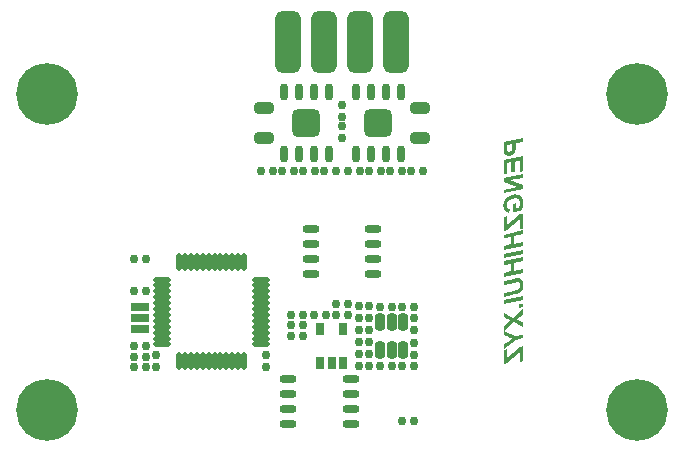
<source format=gbs>
G04*
G04 #@! TF.GenerationSoftware,Altium Limited,Altium Designer,22.0.2 (36)*
G04*
G04 Layer_Color=16711935*
%FSLAX25Y25*%
%MOIN*%
G70*
G04*
G04 #@! TF.SameCoordinates,A7353FC2-99F2-474C-B2A2-24993EA34B63*
G04*
G04*
G04 #@! TF.FilePolarity,Negative*
G04*
G01*
G75*
G04:AMPARAMS|DCode=38|XSize=26mil|YSize=26mil|CornerRadius=8mil|HoleSize=0mil|Usage=FLASHONLY|Rotation=0.000|XOffset=0mil|YOffset=0mil|HoleType=Round|Shape=RoundedRectangle|*
%AMROUNDEDRECTD38*
21,1,0.02600,0.01000,0,0,0.0*
21,1,0.01000,0.02600,0,0,0.0*
1,1,0.01600,0.00500,-0.00500*
1,1,0.01600,-0.00500,-0.00500*
1,1,0.01600,-0.00500,0.00500*
1,1,0.01600,0.00500,0.00500*
%
%ADD38ROUNDEDRECTD38*%
%ADD49C,0.20600*%
G04:AMPARAMS|DCode=61|XSize=37.64mil|YSize=63.38mil|CornerRadius=9.41mil|HoleSize=0mil|Usage=FLASHONLY|Rotation=270.000|XOffset=0mil|YOffset=0mil|HoleType=Round|Shape=RoundedRectangle|*
%AMROUNDEDRECTD61*
21,1,0.03764,0.04456,0,0,270.0*
21,1,0.01882,0.06338,0,0,270.0*
1,1,0.01882,-0.02228,-0.00941*
1,1,0.01882,-0.02228,0.00941*
1,1,0.01882,0.02228,0.00941*
1,1,0.01882,0.02228,-0.00941*
%
%ADD61ROUNDEDRECTD61*%
%ADD73O,0.02568X0.05718*%
G04:AMPARAMS|DCode=74|XSize=26mil|YSize=26mil|CornerRadius=8mil|HoleSize=0mil|Usage=FLASHONLY|Rotation=270.000|XOffset=0mil|YOffset=0mil|HoleType=Round|Shape=RoundedRectangle|*
%AMROUNDEDRECTD74*
21,1,0.02600,0.01000,0,0,270.0*
21,1,0.01000,0.02600,0,0,270.0*
1,1,0.01600,-0.00500,-0.00500*
1,1,0.01600,-0.00500,0.00500*
1,1,0.01600,0.00500,0.00500*
1,1,0.01600,0.00500,-0.00500*
%
%ADD74ROUNDEDRECTD74*%
G04:AMPARAMS|DCode=75|XSize=96.55mil|YSize=96.55mil|CornerRadius=25.64mil|HoleSize=0mil|Usage=FLASHONLY|Rotation=0.000|XOffset=0mil|YOffset=0mil|HoleType=Round|Shape=RoundedRectangle|*
%AMROUNDEDRECTD75*
21,1,0.09655,0.04528,0,0,0.0*
21,1,0.04528,0.09655,0,0,0.0*
1,1,0.05128,0.02264,-0.02264*
1,1,0.05128,-0.02264,-0.02264*
1,1,0.05128,-0.02264,0.02264*
1,1,0.05128,0.02264,0.02264*
%
%ADD75ROUNDEDRECTD75*%
G04:AMPARAMS|DCode=76|XSize=206mil|YSize=86mil|CornerRadius=23mil|HoleSize=0mil|Usage=FLASHONLY|Rotation=270.000|XOffset=0mil|YOffset=0mil|HoleType=Round|Shape=RoundedRectangle|*
%AMROUNDEDRECTD76*
21,1,0.20600,0.04000,0,0,270.0*
21,1,0.16000,0.08600,0,0,270.0*
1,1,0.04600,-0.02000,-0.08000*
1,1,0.04600,-0.02000,0.08000*
1,1,0.04600,0.02000,0.08000*
1,1,0.04600,0.02000,-0.08000*
%
%ADD76ROUNDEDRECTD76*%
G04:AMPARAMS|DCode=77|XSize=27.65mil|YSize=63.09mil|CornerRadius=8.41mil|HoleSize=0mil|Usage=FLASHONLY|Rotation=270.000|XOffset=0mil|YOffset=0mil|HoleType=Round|Shape=RoundedRectangle|*
%AMROUNDEDRECTD77*
21,1,0.02765,0.04626,0,0,270.0*
21,1,0.01083,0.06309,0,0,270.0*
1,1,0.01683,-0.02313,-0.00541*
1,1,0.01683,-0.02313,0.00541*
1,1,0.01683,0.02313,0.00541*
1,1,0.01683,0.02313,-0.00541*
%
%ADD77ROUNDEDRECTD77*%
G04:AMPARAMS|DCode=78|XSize=27.65mil|YSize=63.09mil|CornerRadius=8.41mil|HoleSize=0mil|Usage=FLASHONLY|Rotation=270.000|XOffset=0mil|YOffset=0mil|HoleType=Round|Shape=RoundedRectangle|*
%AMROUNDEDRECTD78*
21,1,0.02765,0.04626,0,0,270.0*
21,1,0.01083,0.06309,0,0,270.0*
1,1,0.01683,-0.02313,-0.00541*
1,1,0.01683,-0.02313,0.00541*
1,1,0.01683,0.02313,0.00541*
1,1,0.01683,0.02313,-0.00541*
%
%ADD78ROUNDEDRECTD78*%
G04:AMPARAMS|DCode=79|XSize=29.62mil|YSize=41mil|CornerRadius=8.91mil|HoleSize=0mil|Usage=FLASHONLY|Rotation=0.000|XOffset=0mil|YOffset=0mil|HoleType=Round|Shape=RoundedRectangle|*
%AMROUNDEDRECTD79*
21,1,0.02962,0.02319,0,0,0.0*
21,1,0.01181,0.04100,0,0,0.0*
1,1,0.01781,0.00591,-0.01159*
1,1,0.01781,-0.00591,-0.01159*
1,1,0.01781,-0.00591,0.01159*
1,1,0.01781,0.00591,0.01159*
%
%ADD79ROUNDEDRECTD79*%
G04:AMPARAMS|DCode=80|XSize=33.56mil|YSize=57.18mil|CornerRadius=9.89mil|HoleSize=0mil|Usage=FLASHONLY|Rotation=0.000|XOffset=0mil|YOffset=0mil|HoleType=Round|Shape=RoundedRectangle|*
%AMROUNDEDRECTD80*
21,1,0.03356,0.03740,0,0,0.0*
21,1,0.01378,0.05718,0,0,0.0*
1,1,0.01978,0.00689,-0.01870*
1,1,0.01978,-0.00689,-0.01870*
1,1,0.01978,-0.00689,0.01870*
1,1,0.01978,0.00689,0.01870*
%
%ADD80ROUNDEDRECTD80*%
%ADD81O,0.05718X0.02568*%
%ADD82O,0.01800X0.06000*%
%ADD83O,0.06000X0.01800*%
G36*
X60300Y36696D02*
X57858Y36178D01*
Y34911D01*
X57849Y34790D01*
Y34596D01*
X57840Y34513D01*
Y34374D01*
X57830Y34319D01*
Y34235D01*
X57821Y34189D01*
Y34170D01*
X57793Y33976D01*
X57756Y33810D01*
X57719Y33662D01*
X57682Y33542D01*
X57655Y33449D01*
X57627Y33375D01*
X57617Y33338D01*
X57608Y33320D01*
X57543Y33199D01*
X57479Y33097D01*
X57414Y32996D01*
X57340Y32912D01*
X57284Y32838D01*
X57238Y32783D01*
X57201Y32746D01*
X57192Y32737D01*
X57081Y32635D01*
X56961Y32542D01*
X56840Y32469D01*
X56720Y32404D01*
X56618Y32348D01*
X56535Y32311D01*
X56480Y32283D01*
X56471Y32274D01*
X56461D01*
X56286Y32210D01*
X56119Y32163D01*
X55953Y32126D01*
X55814Y32108D01*
X55684Y32089D01*
X55592Y32080D01*
X55555D01*
X55527D01*
X55518D01*
X55509D01*
X55323Y32089D01*
X55148Y32117D01*
X55000Y32154D01*
X54861Y32200D01*
X54759Y32247D01*
X54676Y32283D01*
X54630Y32311D01*
X54611Y32320D01*
X54482Y32413D01*
X54361Y32524D01*
X54269Y32635D01*
X54195Y32737D01*
X54140Y32829D01*
X54093Y32903D01*
X54075Y32950D01*
X54066Y32959D01*
Y32968D01*
X54010Y33125D01*
X53973Y33310D01*
X53936Y33486D01*
X53917Y33662D01*
X53908Y33819D01*
Y33884D01*
X53899Y33948D01*
Y36659D01*
X60300Y38000D01*
Y36696D01*
D02*
G37*
G36*
Y27029D02*
X59227Y26798D01*
Y30526D01*
X57488Y30147D01*
Y26807D01*
X56415Y26586D01*
Y29906D01*
X54972Y29592D01*
Y26160D01*
X53899Y25938D01*
Y30683D01*
X60300Y32024D01*
Y27029D01*
D02*
G37*
G36*
Y24819D02*
X55999Y23912D01*
X60300Y22173D01*
Y20962D01*
X53899Y19620D01*
Y20832D01*
X58182Y21738D01*
X53899Y23478D01*
Y24689D01*
X60300Y26030D01*
Y24819D01*
D02*
G37*
G36*
X58006Y19176D02*
X58246Y19149D01*
X58469Y19102D01*
X58681Y19047D01*
X58866Y18982D01*
X59042Y18917D01*
X59199Y18834D01*
X59347Y18751D01*
X59468Y18677D01*
X59579Y18594D01*
X59671Y18529D01*
X59745Y18455D01*
X59810Y18408D01*
X59847Y18362D01*
X59874Y18335D01*
X59884Y18325D01*
X59976Y18196D01*
X60059Y18066D01*
X60133Y17918D01*
X60189Y17770D01*
X60245Y17622D01*
X60291Y17465D01*
X60356Y17178D01*
X60374Y17040D01*
X60392Y16910D01*
X60402Y16799D01*
X60411Y16697D01*
X60420Y16614D01*
Y16503D01*
X60411Y16216D01*
X60383Y15948D01*
X60346Y15689D01*
X60309Y15467D01*
X60291Y15365D01*
X60272Y15273D01*
X60254Y15199D01*
X60235Y15134D01*
X60217Y15078D01*
X60207Y15042D01*
X60198Y15014D01*
Y15004D01*
X60106Y14736D01*
X60013Y14496D01*
X59921Y14283D01*
X59838Y14098D01*
X59791Y14024D01*
X59754Y13959D01*
X59727Y13894D01*
X59699Y13848D01*
X59671Y13811D01*
X59662Y13774D01*
X59643Y13765D01*
Y13756D01*
X56877Y13182D01*
Y16040D01*
X57951Y16262D01*
Y14625D01*
X58912Y14829D01*
X58968Y14958D01*
X59023Y15088D01*
X59079Y15217D01*
X59116Y15337D01*
X59153Y15439D01*
X59181Y15522D01*
X59190Y15578D01*
X59199Y15587D01*
Y15597D01*
X59236Y15763D01*
X59264Y15920D01*
X59292Y16068D01*
X59301Y16198D01*
X59310Y16309D01*
X59320Y16392D01*
Y16466D01*
X59301Y16716D01*
X59264Y16938D01*
X59199Y17123D01*
X59125Y17271D01*
X59061Y17391D01*
X58996Y17483D01*
X58959Y17530D01*
X58940Y17548D01*
X58866Y17613D01*
X58774Y17669D01*
X58589Y17761D01*
X58385Y17817D01*
X58191Y17863D01*
X58015Y17890D01*
X57941Y17900D01*
X57867D01*
X57812Y17909D01*
X57775D01*
X57747D01*
X57738D01*
X57433Y17900D01*
X57155Y17863D01*
X56896Y17817D01*
X56776Y17789D01*
X56674Y17761D01*
X56572Y17733D01*
X56480Y17706D01*
X56406Y17678D01*
X56341Y17659D01*
X56286Y17641D01*
X56248Y17622D01*
X56230Y17613D01*
X56221D01*
X55971Y17493D01*
X55758Y17354D01*
X55582Y17215D01*
X55435Y17086D01*
X55323Y16965D01*
X55250Y16864D01*
X55222Y16827D01*
X55203Y16799D01*
X55185Y16790D01*
Y16781D01*
X55074Y16577D01*
X54991Y16374D01*
X54926Y16179D01*
X54889Y15994D01*
X54861Y15846D01*
X54852Y15781D01*
Y15717D01*
X54843Y15680D01*
Y15615D01*
X54852Y15421D01*
X54889Y15245D01*
X54926Y15088D01*
X54981Y14958D01*
X55028Y14847D01*
X55074Y14773D01*
X55111Y14727D01*
X55120Y14708D01*
X55231Y14579D01*
X55361Y14477D01*
X55499Y14385D01*
X55629Y14311D01*
X55749Y14255D01*
X55841Y14209D01*
X55879Y14200D01*
X55906Y14190D01*
X55925Y14181D01*
X55934D01*
X55795Y12951D01*
X55620Y12997D01*
X55453Y13053D01*
X55296Y13117D01*
X55148Y13182D01*
X55009Y13256D01*
X54889Y13330D01*
X54778Y13404D01*
X54676Y13478D01*
X54593Y13552D01*
X54510Y13626D01*
X54445Y13682D01*
X54389Y13737D01*
X54352Y13783D01*
X54325Y13821D01*
X54306Y13839D01*
X54297Y13848D01*
X54204Y13978D01*
X54121Y14117D01*
X54056Y14255D01*
X54001Y14403D01*
X53908Y14699D01*
X53843Y14986D01*
X53825Y15115D01*
X53807Y15236D01*
X53797Y15347D01*
X53788Y15439D01*
X53779Y15513D01*
Y15624D01*
X53788Y15828D01*
X53807Y16022D01*
X53834Y16216D01*
X53871Y16392D01*
X53908Y16568D01*
X53964Y16725D01*
X54010Y16873D01*
X54066Y17003D01*
X54121Y17132D01*
X54167Y17234D01*
X54223Y17335D01*
X54260Y17410D01*
X54297Y17474D01*
X54325Y17521D01*
X54343Y17548D01*
X54352Y17558D01*
X54463Y17706D01*
X54584Y17844D01*
X54843Y18094D01*
X54981Y18214D01*
X55111Y18316D01*
X55240Y18408D01*
X55370Y18492D01*
X55490Y18566D01*
X55601Y18631D01*
X55694Y18686D01*
X55786Y18732D01*
X55851Y18769D01*
X55906Y18797D01*
X55943Y18806D01*
X55953Y18815D01*
X56276Y18936D01*
X56600Y19028D01*
X56905Y19093D01*
X57044Y19121D01*
X57174Y19139D01*
X57303Y19158D01*
X57414Y19167D01*
X57507Y19176D01*
X57599D01*
X57664Y19185D01*
X57710D01*
X57747D01*
X57756D01*
X58006Y19176D01*
D02*
G37*
G36*
X60300Y7826D02*
X59227Y7604D01*
Y9381D01*
X59236Y9612D01*
Y10417D01*
X59246Y10527D01*
Y10759D01*
X59255Y10860D01*
Y10953D01*
X54907Y7235D01*
X53899Y7040D01*
Y11656D01*
X54972Y11878D01*
Y8890D01*
X59292Y12581D01*
X60300Y12794D01*
Y7826D01*
D02*
G37*
G36*
Y5866D02*
X57442Y5264D01*
Y2776D01*
X60300Y3368D01*
Y2064D01*
X53899Y713D01*
Y2027D01*
X56369Y2545D01*
Y5033D01*
X53899Y4515D01*
Y5829D01*
X60300Y7170D01*
Y5866D01*
D02*
G37*
G36*
Y-526D02*
X53899Y-1877D01*
Y-563D01*
X60300Y778D01*
Y-526D01*
D02*
G37*
G36*
Y-3079D02*
X57442Y-3681D01*
Y-6169D01*
X60300Y-5577D01*
Y-6881D01*
X53899Y-8231D01*
Y-6918D01*
X56369Y-6400D01*
Y-3912D01*
X53899Y-4430D01*
Y-3116D01*
X60300Y-1775D01*
Y-3079D01*
D02*
G37*
G36*
X58617Y-8676D02*
X58764Y-8694D01*
X58912Y-8722D01*
X59042Y-8759D01*
X59171Y-8805D01*
X59282Y-8861D01*
X59394Y-8916D01*
X59486Y-8971D01*
X59579Y-9027D01*
X59653Y-9082D01*
X59717Y-9138D01*
X59773Y-9184D01*
X59819Y-9221D01*
X59847Y-9249D01*
X59865Y-9268D01*
X59874Y-9277D01*
X59967Y-9397D01*
X60050Y-9536D01*
X60124Y-9674D01*
X60189Y-9813D01*
X60245Y-9961D01*
X60291Y-10119D01*
X60356Y-10405D01*
X60374Y-10535D01*
X60392Y-10664D01*
X60402Y-10775D01*
X60411Y-10868D01*
X60420Y-10951D01*
Y-11062D01*
X60402Y-11404D01*
X60383Y-11571D01*
X60365Y-11719D01*
X60337Y-11857D01*
X60309Y-11987D01*
X60281Y-12107D01*
X60245Y-12218D01*
X60207Y-12320D01*
X60180Y-12403D01*
X60152Y-12477D01*
X60124Y-12542D01*
X60097Y-12588D01*
X60087Y-12625D01*
X60069Y-12644D01*
Y-12653D01*
X59930Y-12875D01*
X59773Y-13069D01*
X59625Y-13236D01*
X59477Y-13365D01*
X59347Y-13476D01*
X59246Y-13550D01*
X59209Y-13569D01*
X59181Y-13587D01*
X59162Y-13606D01*
X59153D01*
X59042Y-13661D01*
X58922Y-13717D01*
X58663Y-13828D01*
X58385Y-13920D01*
X58126Y-13994D01*
X58006Y-14031D01*
X57895Y-14059D01*
X57793Y-14087D01*
X57701Y-14115D01*
X57627Y-14133D01*
X57571Y-14142D01*
X57534Y-14152D01*
X57525D01*
X53899Y-14919D01*
Y-13606D01*
X57405Y-12866D01*
X57562Y-12829D01*
X57701Y-12801D01*
X57830Y-12764D01*
X57951Y-12727D01*
X58061Y-12699D01*
X58163Y-12672D01*
X58246Y-12634D01*
X58330Y-12616D01*
X58394Y-12588D01*
X58459Y-12561D01*
X58505Y-12542D01*
X58543Y-12524D01*
X58598Y-12505D01*
X58617Y-12496D01*
X58737Y-12422D01*
X58848Y-12338D01*
X58940Y-12246D01*
X59014Y-12163D01*
X59070Y-12089D01*
X59107Y-12024D01*
X59135Y-11987D01*
X59144Y-11969D01*
X59199Y-11839D01*
X59246Y-11691D01*
X59273Y-11552D01*
X59301Y-11423D01*
X59310Y-11303D01*
X59320Y-11201D01*
Y-11118D01*
X59310Y-10914D01*
X59282Y-10738D01*
X59246Y-10590D01*
X59209Y-10461D01*
X59171Y-10368D01*
X59135Y-10294D01*
X59107Y-10257D01*
X59097Y-10239D01*
X59005Y-10137D01*
X58912Y-10072D01*
X58811Y-10017D01*
X58718Y-9980D01*
X58635Y-9961D01*
X58570Y-9952D01*
X58533Y-9943D01*
X58515D01*
X58404Y-9961D01*
X58311Y-9971D01*
X58256Y-9980D01*
X58246D01*
X58237D01*
X57386Y-10174D01*
X53899Y-10932D01*
Y-9628D01*
X57275Y-8870D01*
X57395Y-8842D01*
X57497Y-8823D01*
X57590Y-8805D01*
X57673Y-8787D01*
X57747Y-8768D01*
X57812Y-8759D01*
X57923Y-8740D01*
X57987Y-8722D01*
X58043D01*
X58061Y-8713D01*
X58071D01*
X58219Y-8694D01*
X58284Y-8685D01*
X58348Y-8676D01*
X58394D01*
X58432Y-8666D01*
X58450D01*
X58459D01*
X58617Y-8676D01*
D02*
G37*
G36*
X60300Y-15927D02*
X53899Y-17278D01*
Y-15965D01*
X60300Y-14623D01*
Y-15927D01*
D02*
G37*
G36*
Y-18443D02*
X59088Y-18684D01*
Y-17445D01*
X60300Y-17204D01*
Y-18443D01*
D02*
G37*
G36*
Y-20710D02*
X59338Y-21588D01*
X59199Y-21709D01*
X59070Y-21829D01*
X58959Y-21931D01*
X58848Y-22014D01*
X58755Y-22097D01*
X58672Y-22171D01*
X58598Y-22227D01*
X58533Y-22282D01*
X58432Y-22366D01*
X58358Y-22421D01*
X58320Y-22449D01*
X58311Y-22458D01*
X58376Y-22486D01*
X58450Y-22513D01*
X58607Y-22588D01*
X58783Y-22671D01*
X58959Y-22754D01*
X59116Y-22837D01*
X59181Y-22874D01*
X59246Y-22902D01*
X59292Y-22930D01*
X59329Y-22948D01*
X59356Y-22967D01*
X59366D01*
X60300Y-23457D01*
Y-24946D01*
X57266Y-23365D01*
X53913Y-26285D01*
X57802Y-28045D01*
X60300Y-27527D01*
Y-28831D01*
X57932Y-29331D01*
X53899Y-32272D01*
Y-30737D01*
X55194Y-29840D01*
X56045Y-29229D01*
X56267Y-29081D01*
X56369Y-29016D01*
X56461Y-28961D01*
X56535Y-28924D01*
X56591Y-28887D01*
X56628Y-28868D01*
X56637Y-28859D01*
X56517Y-28813D01*
X56369Y-28757D01*
X56212Y-28692D01*
X56063Y-28628D01*
X55925Y-28572D01*
X55860Y-28545D01*
X55805Y-28526D01*
X55768Y-28508D01*
X55730Y-28489D01*
X55712Y-28480D01*
X55703D01*
X53899Y-27684D01*
Y-26297D01*
Y-24622D01*
X55009Y-23623D01*
X55166Y-23485D01*
X55342Y-23337D01*
X55518Y-23189D01*
X55675Y-23041D01*
X55823Y-22920D01*
X55888Y-22865D01*
X55943Y-22828D01*
X55980Y-22791D01*
X56017Y-22763D01*
X56036Y-22745D01*
X56045Y-22736D01*
X55999Y-22717D01*
X55962Y-22698D01*
X55943Y-22689D01*
X55934Y-22680D01*
X55795Y-22606D01*
X55666Y-22550D01*
X55555Y-22495D01*
X55462Y-22449D01*
X55379Y-22402D01*
X55314Y-22375D01*
X55250Y-22338D01*
X55203Y-22319D01*
X55166Y-22301D01*
X55138Y-22282D01*
X55092Y-22264D01*
X55074Y-22254D01*
X53899Y-21625D01*
Y-20247D01*
X57072Y-21838D01*
X60300Y-19008D01*
Y-20710D01*
D02*
G37*
G36*
Y-36407D02*
X59227Y-36629D01*
Y-34853D01*
X59236Y-34622D01*
Y-33817D01*
X59246Y-33706D01*
Y-33475D01*
X59255Y-33373D01*
Y-33281D01*
X54907Y-36999D01*
X53899Y-37193D01*
Y-32577D01*
X54972Y-32355D01*
Y-35343D01*
X59292Y-31653D01*
X60300Y-31440D01*
Y-36407D01*
D02*
G37*
%LPC*%
G36*
X56785Y35956D02*
X54953Y35567D01*
Y34402D01*
X54963Y34309D01*
Y34226D01*
X54972Y34078D01*
X54991Y33976D01*
X55000Y33893D01*
X55018Y33838D01*
X55028Y33810D01*
Y33801D01*
X55092Y33680D01*
X55157Y33588D01*
X55212Y33532D01*
X55231Y33514D01*
X55240D01*
X55296Y33477D01*
X55361Y33449D01*
X55481Y33412D01*
X55536D01*
X55582Y33403D01*
X55610D01*
X55620D01*
X55749Y33412D01*
X55860Y33430D01*
X55971Y33468D01*
X56063Y33505D01*
X56138Y33542D01*
X56202Y33579D01*
X56239Y33597D01*
X56248Y33606D01*
X56341Y33689D01*
X56424Y33782D01*
X56498Y33874D01*
X56554Y33958D01*
X56600Y34041D01*
X56628Y34106D01*
X56646Y34143D01*
X56656Y34161D01*
X56674Y34235D01*
X56702Y34319D01*
X56711Y34420D01*
X56730Y34522D01*
X56757Y34753D01*
X56766Y34984D01*
X56776Y35197D01*
X56785Y35299D01*
Y35956D01*
D02*
G37*
%LPD*%
D38*
X0Y42000D02*
D03*
Y38000D02*
D03*
Y49000D02*
D03*
Y45000D02*
D03*
X-25500Y-38500D02*
D03*
Y-34500D02*
D03*
X-62000Y-38500D02*
D03*
Y-34500D02*
D03*
X5500Y-22000D02*
D03*
Y-18000D02*
D03*
X9000Y-22000D02*
D03*
Y-18000D02*
D03*
X5500Y-26000D02*
D03*
Y-30000D02*
D03*
X9000Y-26000D02*
D03*
Y-30000D02*
D03*
X24000Y-22000D02*
D03*
Y-26000D02*
D03*
Y-30500D02*
D03*
Y-34500D02*
D03*
X9000Y-34000D02*
D03*
Y-38000D02*
D03*
X5500Y-34000D02*
D03*
Y-38000D02*
D03*
D49*
X-98287Y-52776D02*
D03*
X98287D02*
D03*
Y52776D02*
D03*
X-98287D02*
D03*
D61*
X-26000Y37878D02*
D03*
Y48122D02*
D03*
X26000D02*
D03*
Y37878D02*
D03*
D73*
X4500Y53433D02*
D03*
X-4500Y32567D02*
D03*
X-9500D02*
D03*
X-14500D02*
D03*
X-19500D02*
D03*
X-4500Y53433D02*
D03*
X-9500D02*
D03*
X-14500D02*
D03*
X-19500D02*
D03*
X9500D02*
D03*
X14500D02*
D03*
X19500D02*
D03*
X4500Y32567D02*
D03*
X9500D02*
D03*
X14500D02*
D03*
X19500D02*
D03*
D74*
X-69500Y-2500D02*
D03*
X-65500D02*
D03*
X-17000Y-28000D02*
D03*
X-13000D02*
D03*
X-69500Y-13000D02*
D03*
X-65500D02*
D03*
X-9000Y27000D02*
D03*
X-13000D02*
D03*
X-23000D02*
D03*
X-27000D02*
D03*
X20000D02*
D03*
X16000D02*
D03*
X6000D02*
D03*
X2000D02*
D03*
X-2000D02*
D03*
X-6000D02*
D03*
X-16000D02*
D03*
X-20000D02*
D03*
X27000D02*
D03*
X23000D02*
D03*
X9000D02*
D03*
X13000D02*
D03*
X-13000Y-24500D02*
D03*
X-17000D02*
D03*
X-69500Y-31500D02*
D03*
X-65500D02*
D03*
X-13000Y-21000D02*
D03*
X-17000D02*
D03*
X-69500Y-38500D02*
D03*
X-65500D02*
D03*
X20000Y-38000D02*
D03*
X24000D02*
D03*
Y-56500D02*
D03*
X20000D02*
D03*
X-69500Y-35000D02*
D03*
X-65500D02*
D03*
X2000Y-17500D02*
D03*
X-2000D02*
D03*
X2000Y-21000D02*
D03*
X-2000D02*
D03*
X-5500D02*
D03*
X-9500D02*
D03*
X24000Y-18500D02*
D03*
X20000D02*
D03*
X12500D02*
D03*
X16500D02*
D03*
X12500Y-38000D02*
D03*
X16500D02*
D03*
D75*
X-12000Y43000D02*
D03*
X12000D02*
D03*
D76*
X-18000Y70000D02*
D03*
X-6000D02*
D03*
X18000D02*
D03*
X6000D02*
D03*
D77*
X-67500Y-18260D02*
D03*
D78*
X-67500Y-22000D02*
D03*
Y-25740D02*
D03*
D79*
X-7240Y-36906D02*
D03*
X-3500D02*
D03*
X240D02*
D03*
Y-25506D02*
D03*
X-7240D02*
D03*
D80*
X20240Y-23276D02*
D03*
X16500D02*
D03*
X12760D02*
D03*
Y-32724D02*
D03*
X16500D02*
D03*
X20240D02*
D03*
D81*
X-17933Y-57500D02*
D03*
Y-52500D02*
D03*
Y-47500D02*
D03*
Y-42500D02*
D03*
X2933Y-57500D02*
D03*
Y-52500D02*
D03*
Y-47500D02*
D03*
Y-42500D02*
D03*
X10433Y7500D02*
D03*
Y2500D02*
D03*
Y-2500D02*
D03*
Y-7500D02*
D03*
X-10433Y7500D02*
D03*
Y2500D02*
D03*
Y-2500D02*
D03*
Y-7500D02*
D03*
D82*
X-36610Y-3500D02*
D03*
X-34642D02*
D03*
X-32673D02*
D03*
X-38579D02*
D03*
X-40547D02*
D03*
X-48421D02*
D03*
X-46453D02*
D03*
X-42516D02*
D03*
X-44484D02*
D03*
X-50390D02*
D03*
X-52358D02*
D03*
X-54327D02*
D03*
X-32673Y-36500D02*
D03*
X-34642D02*
D03*
X-36610D02*
D03*
X-42516D02*
D03*
X-44484D02*
D03*
X-40547D02*
D03*
X-38579D02*
D03*
X-46453D02*
D03*
X-48421D02*
D03*
X-54327D02*
D03*
X-52358D02*
D03*
X-50390D02*
D03*
D83*
X-27000Y-20984D02*
D03*
Y-9173D02*
D03*
Y-11142D02*
D03*
Y-13110D02*
D03*
Y-19016D02*
D03*
Y-17047D02*
D03*
Y-15079D02*
D03*
Y-22953D02*
D03*
Y-24921D02*
D03*
X-27000Y-30827D02*
D03*
X-27000Y-28858D02*
D03*
Y-26890D02*
D03*
X-60000Y-26890D02*
D03*
Y-28858D02*
D03*
Y-30827D02*
D03*
Y-24921D02*
D03*
Y-22953D02*
D03*
Y-15079D02*
D03*
Y-17047D02*
D03*
Y-20984D02*
D03*
Y-19016D02*
D03*
Y-13110D02*
D03*
Y-11142D02*
D03*
Y-9173D02*
D03*
M02*

</source>
